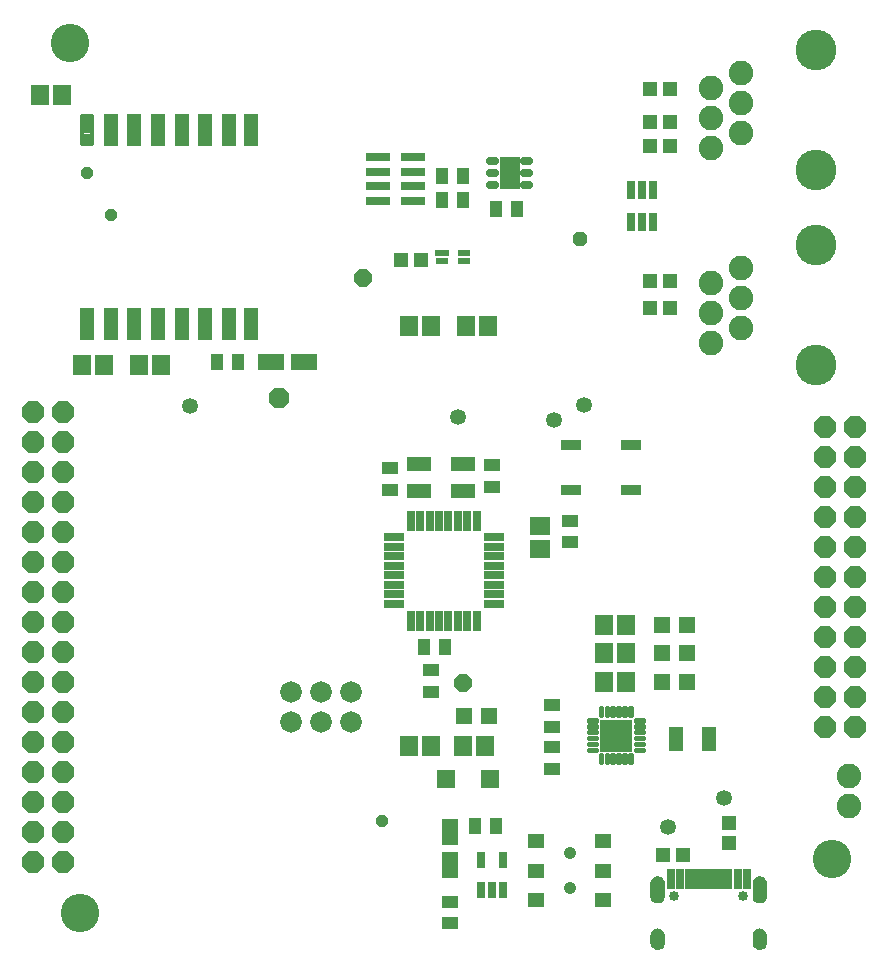
<source format=gbr>
G04 EAGLE Gerber RS-274X export*
G75*
%MOMM*%
%FSLAX34Y34*%
%LPD*%
%INSoldermask Top*%
%IPPOS*%
%AMOC8*
5,1,8,0,0,1.08239X$1,22.5*%
G01*
%ADD10C,3.251200*%
%ADD11R,1.403200X1.403200*%
%ADD12R,1.503200X1.803200*%
%ADD13R,2.103200X1.303200*%
%ADD14R,1.803200X1.503200*%
%ADD15R,1.403200X1.003200*%
%ADD16C,1.828800*%
%ADD17R,1.727200X0.965200*%
%ADD18R,0.750300X1.707000*%
%ADD19R,1.707000X0.750300*%
%ADD20P,1.962157X8X292.500000*%
%ADD21C,1.346200*%
%ADD22R,1.003200X1.403200*%
%ADD23P,1.962157X8X112.500000*%
%ADD24R,1.203200X2.003200*%
%ADD25C,0.343072*%
%ADD26R,2.703200X2.703200*%
%ADD27R,1.603200X1.603200*%
%ADD28R,1.403200X2.203200*%
%ADD29R,1.203200X1.303200*%
%ADD30R,1.303200X1.203200*%
%ADD31R,0.503200X1.653200*%
%ADD32R,0.803200X1.653200*%
%ADD33R,0.753200X1.653200*%
%ADD34C,0.853200*%
%ADD35R,1.353200X1.203200*%
%ADD36C,1.053200*%
%ADD37R,0.753200X1.403200*%
%ADD38R,1.503200X1.703200*%
%ADD39C,2.082800*%
%ADD40C,0.372991*%
%ADD41R,1.203200X2.703200*%
%ADD42R,2.203200X1.403200*%
%ADD43C,3.454400*%
%ADD44R,0.753200X1.553200*%
%ADD45R,1.803200X2.703200*%
%ADD46C,0.653200*%
%ADD47R,2.103200X0.803200*%
%ADD48R,1.103200X0.553200*%
%ADD49R,1.203200X0.553200*%
%ADD50P,1.599989X8X22.500000*%
%ADD51P,1.843527X8X22.500000*%
%ADD52P,1.363378X8X22.500000*%
%ADD53P,1.092781X8X22.500000*%

G36*
X637066Y49741D02*
X637066Y49741D01*
X637072Y49747D01*
X637077Y49743D01*
X638307Y50108D01*
X638312Y50115D01*
X638317Y50113D01*
X639436Y50743D01*
X639439Y50750D01*
X639445Y50749D01*
X640395Y51612D01*
X640396Y51620D01*
X640402Y51620D01*
X641136Y52673D01*
X641136Y52681D01*
X641141Y52683D01*
X641623Y53873D01*
X641621Y53878D01*
X641625Y53881D01*
X641624Y53882D01*
X641626Y53883D01*
X641831Y55150D01*
X641828Y55155D01*
X641831Y55158D01*
X641831Y67158D01*
X641828Y67162D01*
X641831Y67165D01*
X641676Y68287D01*
X641671Y68292D01*
X641674Y68296D01*
X641303Y69367D01*
X641297Y69371D01*
X641299Y69376D01*
X640726Y70353D01*
X640720Y70356D01*
X640721Y70361D01*
X639968Y71208D01*
X639961Y71210D01*
X639961Y71215D01*
X639058Y71899D01*
X639051Y71899D01*
X639050Y71904D01*
X638031Y72399D01*
X638024Y72397D01*
X638022Y72402D01*
X636925Y72689D01*
X636919Y72686D01*
X636916Y72690D01*
X635785Y72757D01*
X635779Y72757D01*
X634648Y72690D01*
X634643Y72685D01*
X634639Y72689D01*
X633542Y72402D01*
X633538Y72396D01*
X633533Y72399D01*
X632514Y71904D01*
X632511Y71898D01*
X632506Y71899D01*
X631603Y71215D01*
X631601Y71208D01*
X631596Y71208D01*
X630843Y70361D01*
X630843Y70354D01*
X630838Y70353D01*
X630265Y69376D01*
X630266Y69373D01*
X630265Y69372D01*
X630266Y69371D01*
X630266Y69369D01*
X630261Y69367D01*
X629890Y68296D01*
X629892Y68291D01*
X629889Y68289D01*
X629889Y68288D01*
X629888Y68287D01*
X629733Y67165D01*
X629736Y67160D01*
X629733Y67158D01*
X629733Y55158D01*
X629736Y55153D01*
X629733Y55150D01*
X629938Y53883D01*
X629944Y53877D01*
X629941Y53873D01*
X630423Y52683D01*
X630430Y52679D01*
X630428Y52673D01*
X631162Y51620D01*
X631170Y51618D01*
X631169Y51612D01*
X632119Y50749D01*
X632128Y50748D01*
X632128Y50743D01*
X633247Y50113D01*
X633255Y50114D01*
X633257Y50108D01*
X634487Y49743D01*
X634495Y49746D01*
X634498Y49741D01*
X635779Y49659D01*
X635783Y49662D01*
X635785Y49659D01*
X637066Y49741D01*
G37*
G36*
X550666Y49741D02*
X550666Y49741D01*
X550672Y49747D01*
X550677Y49743D01*
X551907Y50108D01*
X551912Y50115D01*
X551917Y50113D01*
X553036Y50743D01*
X553039Y50750D01*
X553045Y50749D01*
X553995Y51612D01*
X553996Y51620D01*
X554002Y51620D01*
X554736Y52673D01*
X554736Y52681D01*
X554741Y52683D01*
X555223Y53873D01*
X555221Y53878D01*
X555225Y53881D01*
X555224Y53882D01*
X555226Y53883D01*
X555431Y55150D01*
X555428Y55155D01*
X555431Y55158D01*
X555431Y67158D01*
X555428Y67162D01*
X555431Y67165D01*
X555276Y68287D01*
X555271Y68292D01*
X555274Y68296D01*
X554903Y69367D01*
X554897Y69371D01*
X554899Y69376D01*
X554326Y70353D01*
X554320Y70356D01*
X554321Y70361D01*
X553568Y71208D01*
X553561Y71210D01*
X553561Y71215D01*
X552658Y71899D01*
X552651Y71899D01*
X552650Y71904D01*
X551631Y72399D01*
X551624Y72397D01*
X551622Y72402D01*
X550525Y72689D01*
X550519Y72686D01*
X550516Y72690D01*
X549385Y72757D01*
X549379Y72757D01*
X548248Y72690D01*
X548243Y72685D01*
X548239Y72689D01*
X547142Y72402D01*
X547138Y72396D01*
X547133Y72399D01*
X546114Y71904D01*
X546111Y71898D01*
X546106Y71899D01*
X545203Y71215D01*
X545201Y71208D01*
X545196Y71208D01*
X544443Y70361D01*
X544443Y70354D01*
X544438Y70353D01*
X543865Y69376D01*
X543866Y69373D01*
X543865Y69372D01*
X543866Y69371D01*
X543866Y69369D01*
X543861Y69367D01*
X543490Y68296D01*
X543492Y68291D01*
X543489Y68289D01*
X543489Y68288D01*
X543488Y68287D01*
X543333Y67165D01*
X543336Y67160D01*
X543333Y67158D01*
X543333Y55158D01*
X543336Y55153D01*
X543333Y55150D01*
X543538Y53883D01*
X543544Y53877D01*
X543541Y53873D01*
X544023Y52683D01*
X544030Y52679D01*
X544028Y52673D01*
X544762Y51620D01*
X544770Y51618D01*
X544769Y51612D01*
X545719Y50749D01*
X545728Y50748D01*
X545728Y50743D01*
X546847Y50113D01*
X546855Y50114D01*
X546857Y50108D01*
X548087Y49743D01*
X548095Y49746D01*
X548098Y49741D01*
X549379Y49659D01*
X549383Y49662D01*
X549385Y49659D01*
X550666Y49741D01*
G37*
G36*
X636953Y10469D02*
X636953Y10469D01*
X636958Y10474D01*
X636962Y10471D01*
X638085Y10806D01*
X638089Y10812D01*
X638093Y10810D01*
X639129Y11358D01*
X639132Y11364D01*
X639137Y11363D01*
X640045Y12102D01*
X640047Y12109D01*
X640052Y12109D01*
X640799Y13011D01*
X640799Y13019D01*
X640805Y13019D01*
X641361Y14050D01*
X641360Y14057D01*
X641365Y14059D01*
X641709Y15178D01*
X641707Y15185D01*
X641711Y15188D01*
X641831Y16353D01*
X641829Y16356D01*
X641831Y16358D01*
X641831Y22358D01*
X641829Y22361D01*
X641831Y22363D01*
X641720Y23539D01*
X641715Y23544D01*
X641718Y23548D01*
X641380Y24680D01*
X641374Y24684D01*
X641376Y24689D01*
X640824Y25733D01*
X640817Y25736D01*
X640819Y25741D01*
X640073Y26657D01*
X640066Y26658D01*
X640066Y26664D01*
X639157Y27417D01*
X639149Y27417D01*
X639149Y27422D01*
X638109Y27983D01*
X638102Y27982D01*
X638100Y27987D01*
X636971Y28334D01*
X636965Y28332D01*
X636962Y28336D01*
X635787Y28457D01*
X635780Y28453D01*
X635776Y28457D01*
X634436Y28300D01*
X634430Y28295D01*
X634425Y28298D01*
X633154Y27847D01*
X633149Y27840D01*
X633144Y27842D01*
X632005Y27120D01*
X632002Y27112D01*
X631996Y27113D01*
X631046Y26155D01*
X631045Y26147D01*
X631039Y26146D01*
X630326Y25001D01*
X630327Y24993D01*
X630321Y24991D01*
X629881Y23715D01*
X629883Y23708D01*
X629879Y23705D01*
X629733Y22363D01*
X629735Y22360D01*
X629733Y22358D01*
X629733Y16358D01*
X629735Y16355D01*
X629733Y16352D01*
X629888Y15023D01*
X629894Y15017D01*
X629891Y15013D01*
X630338Y13752D01*
X630345Y13747D01*
X630343Y13742D01*
X631060Y12612D01*
X631067Y12609D01*
X631066Y12603D01*
X632017Y11661D01*
X632025Y11660D01*
X632025Y11654D01*
X633161Y10947D01*
X633169Y10948D01*
X633171Y10942D01*
X634436Y10506D01*
X634441Y10507D01*
X634442Y10507D01*
X634445Y10507D01*
X634447Y10503D01*
X635777Y10359D01*
X635783Y10363D01*
X635787Y10359D01*
X636953Y10469D01*
G37*
G36*
X550553Y10469D02*
X550553Y10469D01*
X550558Y10474D01*
X550562Y10471D01*
X551685Y10806D01*
X551689Y10812D01*
X551693Y10810D01*
X552729Y11358D01*
X552732Y11364D01*
X552737Y11363D01*
X553645Y12102D01*
X553647Y12109D01*
X553652Y12109D01*
X554399Y13011D01*
X554399Y13019D01*
X554405Y13019D01*
X554961Y14050D01*
X554960Y14057D01*
X554965Y14059D01*
X555309Y15178D01*
X555307Y15185D01*
X555311Y15188D01*
X555431Y16353D01*
X555429Y16356D01*
X555431Y16358D01*
X555431Y22358D01*
X555429Y22361D01*
X555431Y22363D01*
X555320Y23539D01*
X555315Y23544D01*
X555318Y23548D01*
X554980Y24680D01*
X554974Y24684D01*
X554976Y24689D01*
X554424Y25733D01*
X554417Y25736D01*
X554419Y25741D01*
X553673Y26657D01*
X553666Y26658D01*
X553666Y26664D01*
X552757Y27417D01*
X552749Y27417D01*
X552749Y27422D01*
X551709Y27983D01*
X551702Y27982D01*
X551700Y27987D01*
X550571Y28334D01*
X550565Y28332D01*
X550562Y28336D01*
X549387Y28457D01*
X549380Y28453D01*
X549376Y28457D01*
X548036Y28300D01*
X548030Y28295D01*
X548025Y28298D01*
X546754Y27847D01*
X546749Y27840D01*
X546744Y27842D01*
X545605Y27120D01*
X545602Y27112D01*
X545596Y27113D01*
X544646Y26155D01*
X544645Y26147D01*
X544639Y26146D01*
X543926Y25001D01*
X543927Y24993D01*
X543921Y24991D01*
X543481Y23715D01*
X543483Y23708D01*
X543479Y23705D01*
X543333Y22363D01*
X543335Y22360D01*
X543333Y22358D01*
X543333Y16358D01*
X543335Y16355D01*
X543333Y16352D01*
X543488Y15023D01*
X543494Y15017D01*
X543491Y15013D01*
X543938Y13752D01*
X543945Y13747D01*
X543943Y13742D01*
X544660Y12612D01*
X544667Y12609D01*
X544666Y12603D01*
X545617Y11661D01*
X545625Y11660D01*
X545625Y11654D01*
X546761Y10947D01*
X546769Y10948D01*
X546771Y10942D01*
X548036Y10506D01*
X548041Y10507D01*
X548042Y10507D01*
X548045Y10507D01*
X548047Y10503D01*
X549377Y10359D01*
X549383Y10363D01*
X549387Y10359D01*
X550553Y10469D01*
G37*
D10*
X60198Y41402D03*
X697230Y87122D03*
X52070Y778510D03*
D11*
X406740Y208280D03*
X385740Y208280D03*
D12*
X403200Y182880D03*
X384200Y182880D03*
D13*
X347260Y398710D03*
X384260Y421710D03*
X347260Y421710D03*
X384260Y398710D03*
D14*
X449580Y368910D03*
X449580Y349910D03*
D15*
X408940Y402480D03*
X408940Y420480D03*
X322580Y417940D03*
X322580Y399940D03*
D16*
X264160Y203200D03*
X264160Y228600D03*
X238760Y228600D03*
X238760Y203200D03*
X289560Y203200D03*
X289560Y228600D03*
D12*
X522580Y285750D03*
X503580Y285750D03*
D11*
X574380Y285750D03*
X553380Y285750D03*
D15*
X474980Y355490D03*
X474980Y373490D03*
D17*
X476250Y438150D03*
X527050Y438150D03*
X476250Y400050D03*
X527050Y400050D03*
D18*
X396300Y373820D03*
X388300Y373820D03*
X380300Y373820D03*
X372300Y373820D03*
X364300Y373820D03*
X356300Y373820D03*
X348300Y373820D03*
X340300Y373820D03*
D19*
X325950Y359470D03*
X325950Y351470D03*
X325950Y343470D03*
X325950Y335470D03*
X325950Y327470D03*
X325950Y319470D03*
X325950Y311470D03*
X325950Y303470D03*
D18*
X340300Y289120D03*
X348300Y289120D03*
X356300Y289120D03*
X364300Y289120D03*
X372300Y289120D03*
X380300Y289120D03*
X388300Y289120D03*
X396300Y289120D03*
D19*
X410650Y303470D03*
X410650Y311470D03*
X410650Y319470D03*
X410650Y327470D03*
X410650Y335470D03*
X410650Y343470D03*
X410650Y351470D03*
X410650Y359470D03*
D20*
X20320Y466090D03*
X45720Y466090D03*
X20320Y440690D03*
X45720Y440690D03*
X20320Y415290D03*
X45720Y415290D03*
X20320Y389890D03*
X45720Y389890D03*
X20320Y364490D03*
X45720Y364490D03*
X20320Y339090D03*
X45720Y339090D03*
X20320Y313690D03*
X45720Y313690D03*
X20320Y288290D03*
X45720Y288290D03*
X20320Y262890D03*
X45720Y262890D03*
X20320Y237490D03*
X45720Y237490D03*
X20320Y212090D03*
X45720Y212090D03*
X20320Y186690D03*
X45720Y186690D03*
X20320Y161290D03*
X45720Y161290D03*
X20320Y135890D03*
X45720Y135890D03*
X20320Y110490D03*
X45720Y110490D03*
X20320Y85090D03*
X45720Y85090D03*
D21*
X487426Y471932D03*
X462026Y459232D03*
X153162Y471170D03*
X380746Y461772D03*
D22*
X351680Y266700D03*
X369680Y266700D03*
D23*
X716280Y199390D03*
X690880Y199390D03*
X716280Y224790D03*
X690880Y224790D03*
X716280Y250190D03*
X690880Y250190D03*
X716280Y275590D03*
X690880Y275590D03*
X716280Y300990D03*
X690880Y300990D03*
X716280Y326390D03*
X690880Y326390D03*
X716280Y351790D03*
X690880Y351790D03*
X716280Y377190D03*
X690880Y377190D03*
X716280Y402590D03*
X690880Y402590D03*
X716280Y427990D03*
X690880Y427990D03*
X716280Y453390D03*
X690880Y453390D03*
D24*
X593120Y189230D03*
X565120Y189230D03*
D12*
X522580Y237490D03*
X503580Y237490D03*
X522580Y261620D03*
X503580Y261620D03*
D11*
X553380Y237490D03*
X574380Y237490D03*
X553380Y261620D03*
X574380Y261620D03*
D25*
X501149Y175071D02*
X501149Y168469D01*
X501149Y175071D02*
X502551Y175071D01*
X502551Y168469D01*
X501149Y168469D01*
X501149Y171728D02*
X502551Y171728D01*
X502551Y174987D02*
X501149Y174987D01*
X506149Y175071D02*
X506149Y168469D01*
X506149Y175071D02*
X507551Y175071D01*
X507551Y168469D01*
X506149Y168469D01*
X506149Y171728D02*
X507551Y171728D01*
X507551Y174987D02*
X506149Y174987D01*
X511149Y175071D02*
X511149Y168469D01*
X511149Y175071D02*
X512551Y175071D01*
X512551Y168469D01*
X511149Y168469D01*
X511149Y171728D02*
X512551Y171728D01*
X512551Y174987D02*
X511149Y174987D01*
X516149Y175071D02*
X516149Y168469D01*
X516149Y175071D02*
X517551Y175071D01*
X517551Y168469D01*
X516149Y168469D01*
X516149Y171728D02*
X517551Y171728D01*
X517551Y174987D02*
X516149Y174987D01*
X521149Y175071D02*
X521149Y168469D01*
X521149Y175071D02*
X522551Y175071D01*
X522551Y168469D01*
X521149Y168469D01*
X521149Y171728D02*
X522551Y171728D01*
X522551Y174987D02*
X521149Y174987D01*
X526149Y175071D02*
X526149Y168469D01*
X526149Y175071D02*
X527551Y175071D01*
X527551Y168469D01*
X526149Y168469D01*
X526149Y171728D02*
X527551Y171728D01*
X527551Y174987D02*
X526149Y174987D01*
X531049Y179971D02*
X537651Y179971D01*
X537651Y178569D01*
X531049Y178569D01*
X531049Y179971D01*
X531049Y184971D02*
X537651Y184971D01*
X537651Y183569D01*
X531049Y183569D01*
X531049Y184971D01*
X531049Y189971D02*
X537651Y189971D01*
X537651Y188569D01*
X531049Y188569D01*
X531049Y189971D01*
X531049Y194971D02*
X537651Y194971D01*
X537651Y193569D01*
X531049Y193569D01*
X531049Y194971D01*
X531049Y199971D02*
X537651Y199971D01*
X537651Y198569D01*
X531049Y198569D01*
X531049Y199971D01*
X531049Y204971D02*
X537651Y204971D01*
X537651Y203569D01*
X531049Y203569D01*
X531049Y204971D01*
X527551Y208469D02*
X527551Y215071D01*
X527551Y208469D02*
X526149Y208469D01*
X526149Y215071D01*
X527551Y215071D01*
X527551Y211728D02*
X526149Y211728D01*
X526149Y214987D02*
X527551Y214987D01*
X522551Y215071D02*
X522551Y208469D01*
X521149Y208469D01*
X521149Y215071D01*
X522551Y215071D01*
X522551Y211728D02*
X521149Y211728D01*
X521149Y214987D02*
X522551Y214987D01*
X517551Y215071D02*
X517551Y208469D01*
X516149Y208469D01*
X516149Y215071D01*
X517551Y215071D01*
X517551Y211728D02*
X516149Y211728D01*
X516149Y214987D02*
X517551Y214987D01*
X512551Y215071D02*
X512551Y208469D01*
X511149Y208469D01*
X511149Y215071D01*
X512551Y215071D01*
X512551Y211728D02*
X511149Y211728D01*
X511149Y214987D02*
X512551Y214987D01*
X507551Y215071D02*
X507551Y208469D01*
X506149Y208469D01*
X506149Y215071D01*
X507551Y215071D01*
X507551Y211728D02*
X506149Y211728D01*
X506149Y214987D02*
X507551Y214987D01*
X502551Y215071D02*
X502551Y208469D01*
X501149Y208469D01*
X501149Y215071D01*
X502551Y215071D01*
X502551Y211728D02*
X501149Y211728D01*
X501149Y214987D02*
X502551Y214987D01*
X497651Y203569D02*
X491049Y203569D01*
X491049Y204971D01*
X497651Y204971D01*
X497651Y203569D01*
X497651Y198569D02*
X491049Y198569D01*
X491049Y199971D01*
X497651Y199971D01*
X497651Y198569D01*
X497651Y193569D02*
X491049Y193569D01*
X491049Y194971D01*
X497651Y194971D01*
X497651Y193569D01*
X497651Y188569D02*
X491049Y188569D01*
X491049Y189971D01*
X497651Y189971D01*
X497651Y188569D01*
X497651Y183569D02*
X491049Y183569D01*
X491049Y184971D01*
X497651Y184971D01*
X497651Y183569D01*
X497651Y178569D02*
X491049Y178569D01*
X491049Y179971D01*
X497651Y179971D01*
X497651Y178569D01*
D26*
X514350Y191770D03*
D15*
X459740Y217280D03*
X459740Y199280D03*
X459740Y163720D03*
X459740Y181720D03*
D27*
X407120Y154940D03*
X370120Y154940D03*
D15*
X373380Y32910D03*
X373380Y50910D03*
D22*
X394860Y115570D03*
X412860Y115570D03*
D28*
X373380Y110520D03*
X373380Y82520D03*
D29*
X610108Y117974D03*
X610108Y100974D03*
D30*
X554110Y90932D03*
X571110Y90932D03*
D31*
X600082Y70358D03*
X595082Y70358D03*
D32*
X624832Y70358D03*
D33*
X617082Y70358D03*
D31*
X610082Y70358D03*
X605082Y70358D03*
X585082Y70358D03*
X590082Y70358D03*
D32*
X560332Y70358D03*
D33*
X568082Y70358D03*
D31*
X575082Y70358D03*
X580082Y70358D03*
D34*
X563682Y55908D03*
X621482Y55908D03*
D21*
X557784Y114046D03*
X605282Y138684D03*
D35*
X446730Y102470D03*
X446730Y77470D03*
X446730Y52470D03*
X503230Y102470D03*
X503230Y77470D03*
X503230Y52470D03*
D36*
X474980Y92470D03*
X474980Y62470D03*
D37*
X399440Y60659D03*
X408940Y60659D03*
X418440Y60659D03*
X418440Y86661D03*
X399440Y86661D03*
D38*
X338480Y182880D03*
X357480Y182880D03*
D39*
X711200Y132080D03*
X711200Y157480D03*
D15*
X357886Y228998D03*
X357886Y246998D03*
D40*
X70611Y692649D02*
X70611Y715951D01*
X70611Y692649D02*
X62309Y692649D01*
X62309Y715951D01*
X70611Y715951D01*
X70611Y696192D02*
X62309Y696192D01*
X62309Y699735D02*
X70611Y699735D01*
X70611Y703278D02*
X62309Y703278D01*
X62309Y706821D02*
X70611Y706821D01*
X70611Y710364D02*
X62309Y710364D01*
X62309Y713907D02*
X70611Y713907D01*
D41*
X86460Y704300D03*
X106460Y704300D03*
X126460Y704300D03*
X146460Y704300D03*
X166460Y704300D03*
X186460Y704300D03*
X66460Y540300D03*
X86460Y540300D03*
X106460Y540300D03*
X126460Y540300D03*
X146460Y540300D03*
X166460Y540300D03*
X186460Y540300D03*
X205510Y540300D03*
X205510Y704300D03*
D12*
X128880Y505460D03*
X109880Y505460D03*
D22*
X194420Y508000D03*
X176420Y508000D03*
D12*
X61620Y505460D03*
X80620Y505460D03*
D42*
X250220Y508000D03*
X222220Y508000D03*
D12*
X26060Y734060D03*
X45060Y734060D03*
D39*
X594360Y524510D03*
X619760Y537210D03*
X594360Y549910D03*
X619760Y562610D03*
X594360Y575310D03*
X619760Y588010D03*
D43*
X683260Y505460D03*
X683260Y607060D03*
D39*
X594360Y689610D03*
X619760Y702310D03*
X594360Y715010D03*
X619760Y727710D03*
X594360Y740410D03*
X619760Y753110D03*
D43*
X683260Y670560D03*
X683260Y772160D03*
D30*
X559680Y576580D03*
X542680Y576580D03*
X559680Y739140D03*
X542680Y739140D03*
X559680Y711200D03*
X542680Y711200D03*
D44*
X526440Y626329D03*
X535940Y626329D03*
X545440Y626329D03*
X545440Y653831D03*
X535940Y653831D03*
X526440Y653831D03*
D30*
X559680Y553720D03*
X542680Y553720D03*
X559680Y690880D03*
X542680Y690880D03*
D45*
X424180Y668020D03*
D46*
X411680Y678020D02*
X407680Y678020D01*
X407680Y668020D02*
X411680Y668020D01*
X411680Y658020D02*
X407680Y658020D01*
X436680Y658020D02*
X440680Y658020D01*
X440680Y668020D02*
X436680Y668020D01*
X436680Y678020D02*
X440680Y678020D01*
D22*
X430640Y637540D03*
X412640Y637540D03*
D12*
X357480Y538480D03*
X338480Y538480D03*
X386740Y538480D03*
X405740Y538480D03*
D47*
X342660Y644190D03*
X342660Y656690D03*
X342660Y669190D03*
X342660Y681690D03*
X312660Y681690D03*
X312660Y669190D03*
X312660Y656690D03*
X312660Y644190D03*
D22*
X366920Y665480D03*
X384920Y665480D03*
X366920Y645160D03*
X384920Y645160D03*
D48*
X385420Y593400D03*
X366420Y593400D03*
X385420Y600400D03*
D49*
X366920Y600400D03*
D30*
X348860Y594360D03*
X331860Y594360D03*
D50*
X384810Y236220D03*
D51*
X228600Y477520D03*
D50*
X299720Y579120D03*
D52*
X483870Y612140D03*
D53*
X316230Y119380D03*
X66040Y668020D03*
X86360Y632460D03*
M02*

</source>
